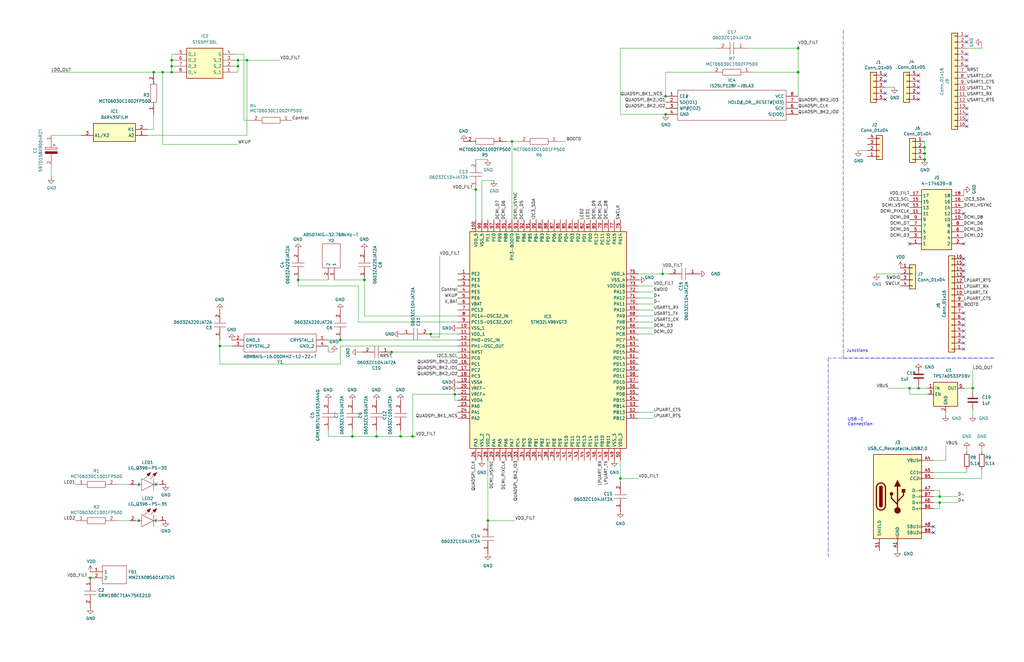
<source format=kicad_sch>
(kicad_sch (version 20231120) (generator "eeschema") (generator_version "8.0")
  (paper "User" 431.8 279.4)
  (junction (at 158.75 184.15))
  (junction (at 125.73 118.11))
  (junction (at 173.99 184.15))
  (junction (at 279.4 115.57))
  (junction (at 387.35 163.83))
  (junction (at 64.77 30.48))
  (junction (at 181.61 140.97))
  (junction (at 280.67 40.64))
  (junction (at 261.62 201.93))
  (junction (at 72.39 25.4))
  (junction (at 200.66 80.01))
  (junction (at 100.33 25.4))
  (junction (at 165.1 148.59))
  (junction (at 100.33 27.94))
  (junction (at 215.9 59.69))
  (junction (at 38.1 243.84))
  (junction (at 168.91 184.15))
  (junction (at 68.58 30.48))
  (junction (at 396.24 209.55))
  (junction (at 389.89 67.31))
  (junction (at 153.67 118.11))
  (junction (at 383.54 163.83))
  (junction (at 104.14 25.4))
  (junction (at 280.67 48.26))
  (junction (at 389.89 64.77))
  (junction (at 389.89 62.23))
  (junction (at 191.77 166.37))
  (junction (at 143.51 143.51))
  (junction (at 410.21 163.83))
  (junction (at 92.71 146.05))
  (junction (at 72.39 30.48))
  (junction (at 72.39 27.94))
  (junction (at 396.24 212.09))
  (junction (at 148.59 184.15))
  (junction (at 336.55 20.32))
  (junction (at 205.74 219.71))
  (junction (at 336.55 30.48))
  (no_connect (at 406.4 132.08))
  (no_connect (at 406.4 111.76))
  (no_connect (at 407.67 48.26))
  (no_connect (at 407.67 25.4))
  (no_connect (at 383.54 102.87))
  (no_connect (at 387.35 31.75))
  (no_connect (at 387.35 41.91))
  (no_connect (at 406.4 134.62))
  (no_connect (at 406.4 109.22))
  (no_connect (at 406.4 102.87))
  (no_connect (at 406.4 139.7))
  (no_connect (at 406.4 142.24))
  (no_connect (at 373.38 41.91))
  (no_connect (at 373.38 34.29))
  (no_connect (at 407.67 27.94))
  (no_connect (at 407.67 15.24))
  (no_connect (at 393.7 224.79))
  (no_connect (at 393.7 222.25))
  (no_connect (at 406.4 137.16))
  (no_connect (at 406.4 147.32))
  (no_connect (at 406.4 114.3))
  (no_connect (at 407.67 45.72))
  (no_connect (at 406.4 90.17))
  (no_connect (at 373.38 39.37))
  (no_connect (at 387.35 36.83))
  (no_connect (at 407.67 53.34))
  (no_connect (at 406.4 116.84))
  (no_connect (at 373.38 31.75))
  (no_connect (at 407.67 22.86))
  (no_connect (at 406.4 144.78))
  (no_connect (at 407.67 17.78))
  (no_connect (at 387.35 34.29))
  (no_connect (at 387.35 39.37))
  (no_connect (at 407.67 50.8))
  (wire (pts (xy 389.89 67.31) (xy 389.89 64.77)))
  (wire (pts (xy 100.33 25.4) (xy 104.14 25.4)))
  (wire (pts (xy 100.33 30.48) (xy 99.06 30.48)))
  (wire (pts (xy 165.1 151.13) (xy 165.1 148.59)))
  (wire (pts (xy 369.57 115.57) (xy 379.73 115.57)))
  (wire (pts (xy 261.62 48.26) (xy 261.62 20.32)))
  (wire (pts (xy 173.99 184.15) (xy 168.91 184.15)))
  (wire (pts (xy 68.58 30.48) (xy 68.58 60.96)))
  (wire (pts (xy 396.24 212.09) (xy 403.86 212.09)))
  (wire (pts (xy 72.39 27.94) (xy 73.66 27.94)))
  (wire (pts (xy 64.77 30.48) (xy 68.58 30.48)))
  (wire (pts (xy 143.51 146.05) (xy 193.04 146.05)))
  (wire (pts (xy 102.87 50.8) (xy 105.41 50.8)))
  (wire (pts (xy 410.21 163.83) (xy 410.21 165.1)))
  (wire (pts (xy 383.54 166.37) (xy 383.54 163.83)))
  (wire (pts (xy 38.1 243.84) (xy 36.83 243.84)))
  (wire (pts (xy 200.66 80.01) (xy 199.39 80.01)))
  (polyline (pts (xy 349.25 151.13) (xy 349.25 234.95)) (stroke (width 0) (type dash)))
  (wire (pts (xy 102.87 22.86) (xy 102.87 50.8)))
  (wire (pts (xy 391.16 166.37) (xy 383.54 166.37)))
  (wire (pts (xy 275.59 125.73) (xy 269.24 125.73)))
  (wire (pts (xy 275.59 130.81) (xy 269.24 130.81)))
  (wire (pts (xy 280.67 40.64) (xy 279.4 40.64)))
  (wire (pts (xy 215.9 59.69) (xy 215.9 92.71)))
  (wire (pts (xy 72.39 25.4) (xy 73.66 25.4)))
  (polyline (pts (xy 355.6 151.13) (xy 419.1 151.13)) (stroke (width 0) (type dash)))
  (wire (pts (xy 205.74 219.71) (xy 217.17 219.71)))
  (wire (pts (xy 151.13 135.89) (xy 193.04 135.89)))
  (wire (pts (xy 72.39 25.4) (xy 72.39 27.94)))
  (wire (pts (xy 200.66 67.31) (xy 205.74 67.31)))
  (wire (pts (xy 396.24 209.55) (xy 403.86 209.55)))
  (wire (pts (xy 275.59 133.35) (xy 269.24 133.35)))
  (wire (pts (xy 100.33 27.94) (xy 100.33 30.48)))
  (wire (pts (xy 407.67 189.23) (xy 407.67 190.5)))
  (wire (pts (xy 215.9 59.69) (xy 218.44 59.69)))
  (wire (pts (xy 151.13 148.59) (xy 152.4 148.59)))
  (wire (pts (xy 269.24 201.93) (xy 261.62 201.93)))
  (wire (pts (xy 72.39 30.48) (xy 73.66 30.48)))
  (wire (pts (xy 191.77 166.37) (xy 193.04 166.37)))
  (wire (pts (xy 393.7 194.31) (xy 398.78 194.31)))
  (wire (pts (xy 275.59 173.99) (xy 269.24 173.99)))
  (wire (pts (xy 62.23 57.15) (xy 104.14 57.15)))
  (wire (pts (xy 336.55 20.32) (xy 336.55 30.48)))
  (wire (pts (xy 407.67 199.39) (xy 407.67 198.12)))
  (wire (pts (xy 181.61 142.24) (xy 181.61 140.97)))
  (wire (pts (xy 261.62 20.32) (xy 302.26 20.32)))
  (wire (pts (xy 49.53 219.71) (xy 54.61 219.71)))
  (wire (pts (xy 410.21 156.21) (xy 410.21 163.83)))
  (wire (pts (xy 336.55 40.64) (xy 336.55 30.48)))
  (wire (pts (xy 104.14 25.4) (xy 118.11 25.4)))
  (wire (pts (xy 389.89 62.23) (xy 389.89 59.69)))
  (wire (pts (xy 173.99 184.15) (xy 173.99 166.37)))
  (wire (pts (xy 138.43 118.11) (xy 125.73 118.11)))
  (wire (pts (xy 414.02 189.23) (xy 414.02 190.5)))
  (wire (pts (xy 158.75 181.61) (xy 158.75 184.15)))
  (wire (pts (xy 203.2 92.71) (xy 203.2 76.2)))
  (wire (pts (xy 21.59 74.93) (xy 21.59 69.85)))
  (wire (pts (xy 393.7 199.39) (xy 407.67 199.39)))
  (wire (pts (xy 398.78 175.26) (xy 398.78 173.99)))
  (wire (pts (xy 185.42 142.24) (xy 181.61 142.24)))
  (wire (pts (xy 280.67 48.26) (xy 261.62 48.26)))
  (wire (pts (xy 140.97 148.59) (xy 138.43 148.59)))
  (wire (pts (xy 398.78 194.31) (xy 398.78 187.96)))
  (wire (pts (xy 68.58 30.48) (xy 72.39 30.48)))
  (wire (pts (xy 406.4 80.01) (xy 406.4 82.55)))
  (wire (pts (xy 143.51 153.67) (xy 92.71 153.67)))
  (wire (pts (xy 275.59 123.19) (xy 269.24 123.19)))
  (wire (pts (xy 377.19 36.83) (xy 373.38 36.83)))
  (wire (pts (xy 99.06 27.94) (xy 100.33 27.94)))
  (wire (pts (xy 393.7 214.63) (xy 396.24 214.63)))
  (wire (pts (xy 275.59 140.97) (xy 269.24 140.97)))
  (wire (pts (xy 275.59 135.89) (xy 269.24 135.89)))
  (polyline (pts (xy 419.1 151.13) (xy 349.25 151.13)) (stroke (width 0) (type dash)))
  (wire (pts (xy 387.35 163.83) (xy 391.16 163.83)))
  (wire (pts (xy 165.1 148.59) (xy 193.04 148.59)))
  (wire (pts (xy 205.74 194.31) (xy 205.74 219.71)))
  (wire (pts (xy 393.7 212.09) (xy 396.24 212.09)))
  (wire (pts (xy 387.35 154.94) (xy 387.35 156.21)))
  (wire (pts (xy 336.55 30.48) (xy 317.5 30.48)))
  (wire (pts (xy 97.79 146.05) (xy 92.71 146.05)))
  (wire (pts (xy 68.58 60.96) (xy 100.33 60.96)))
  (wire (pts (xy 173.99 184.15) (xy 175.26 184.15)))
  (wire (pts (xy 21.59 30.48) (xy 64.77 30.48)))
  (wire (pts (xy 138.43 148.59) (xy 138.43 146.05)))
  (wire (pts (xy 73.66 22.86) (xy 72.39 22.86)))
  (wire (pts (xy 279.4 115.57) (xy 281.94 115.57)))
  (wire (pts (xy 49.53 204.47) (xy 54.61 204.47)))
  (wire (pts (xy 407.67 20.32) (xy 414.02 20.32)))
  (wire (pts (xy 64.77 48.26) (xy 64.77 54.61)))
  (wire (pts (xy 92.71 146.05) (xy 92.71 143.51)))
  (wire (pts (xy 148.59 181.61) (xy 148.59 184.15)))
  (wire (pts (xy 365.76 63.5) (xy 361.95 63.5)))
  (wire (pts (xy 138.43 184.15) (xy 138.43 181.61)))
  (wire (pts (xy 191.77 168.91) (xy 191.77 166.37)))
  (wire (pts (xy 406.4 163.83) (xy 410.21 163.83)))
  (wire (pts (xy 72.39 22.86) (xy 72.39 25.4)))
  (wire (pts (xy 387.35 162.56) (xy 387.35 163.83)))
  (wire (pts (xy 153.67 118.11) (xy 140.97 118.11)))
  (wire (pts (xy 205.74 219.71) (xy 205.74 220.98)))
  (wire (pts (xy 275.59 176.53) (xy 269.24 176.53)))
  (wire (pts (xy 191.77 166.37) (xy 173.99 166.37)))
  (wire (pts (xy 383.54 163.83) (xy 387.35 163.83)))
  (wire (pts (xy 168.91 181.61) (xy 168.91 184.15)))
  (wire (pts (xy 185.42 107.95) (xy 185.42 142.24)))
  (wire (pts (xy 374.65 163.83) (xy 383.54 163.83)))
  (wire (pts (xy 92.71 153.67) (xy 92.71 146.05)))
  (wire (pts (xy 275.59 138.43) (xy 269.24 138.43)))
  (wire (pts (xy 143.51 146.05) (xy 143.51 153.67)))
  (wire (pts (xy 280.67 30.48) (xy 299.72 30.48)))
  (wire (pts (xy 389.89 64.77) (xy 389.89 62.23)))
  (wire (pts (xy 148.59 184.15) (xy 138.43 184.15)))
  (wire (pts (xy 200.66 92.71) (xy 200.66 80.01)))
  (wire (pts (xy 62.23 54.61) (xy 64.77 54.61)))
  (wire (pts (xy 261.62 201.93) (xy 261.62 203.2)))
  (wire (pts (xy 275.59 128.27) (xy 269.24 128.27)))
  (wire (pts (xy 213.36 59.69) (xy 215.9 59.69)))
  (wire (pts (xy 151.13 135.89) (xy 151.13 120.65)))
  (wire (pts (xy 280.67 40.64) (xy 280.67 30.48)))
  (wire (pts (xy 414.02 201.93) (xy 414.02 198.12)))
  (wire (pts (xy 279.4 113.03) (xy 279.4 115.57)))
  (wire (pts (xy 393.7 207.01) (xy 396.24 207.01)))
  (wire (pts (xy 181.61 140.97) (xy 193.04 140.97)))
  (wire (pts (xy 125.73 120.65) (xy 125.73 118.11)))
  (wire (pts (xy 143.51 143.51) (xy 193.04 143.51)))
  (wire (pts (xy 396.24 212.09) (xy 396.24 214.63)))
  (wire (pts (xy 99.06 25.4) (xy 100.33 25.4)))
  (wire (pts (xy 261.62 194.31) (xy 261.62 201.93)))
  (wire (pts (xy 104.14 57.15) (xy 104.14 25.4)))
  (polyline (pts (xy 355.6 12.7) (xy 355.6 151.13)) (stroke (width 0) (type dash)))
  (wire (pts (xy 193.04 168.91) (xy 191.77 168.91)))
  (wire (pts (xy 414.02 20.32) (xy 414.02 17.78)))
  (wire (pts (xy 143.51 143.51) (xy 138.43 143.51)))
  (wire (pts (xy 396.24 209.55) (xy 393.7 209.55)))
  (wire (pts (xy 269.24 115.57) (xy 279.4 115.57)))
  (wire (pts (xy 100.33 25.4) (xy 100.33 27.94)))
  (wire (pts (xy 393.7 201.93) (xy 414.02 201.93)))
  (wire (pts (xy 238.76 59.69) (xy 236.22 59.69)))
  (wire (pts (xy 168.91 184.15) (xy 158.75 184.15)))
  (wire (pts (xy 203.2 76.2) (xy 208.28 76.2)))
  (wire (pts (xy 151.13 120.65) (xy 125.73 120.65)))
  (wire (pts (xy 275.59 120.65) (xy 269.24 120.65)))
  (wire (pts (xy 314.96 20.32) (xy 336.55 20.32)))
  (wire (pts (xy 410.21 175.26) (xy 410.21 172.72)))
  (wire (pts (xy 72.39 27.94) (xy 72.39 30.48)))
  (wire (pts (xy 336.55 20.32) (xy 336.55 19.05)))
  (wire (pts (xy 153.67 133.35) (xy 153.67 118.11)))
  (wire (pts (xy 153.67 133.35) (xy 193.04 133.35)))
  (wire (pts (xy 158.75 184.15) (xy 148.59 184.15)))
  (wire (pts (xy 21.59 57.15) (xy 34.29 57.15)))
  (wire (pts (xy 99.06 22.86) (xy 102.87 22.86)))
  (wire (pts (xy 396.24 207.01) (xy 396.24 209.55)))
  (text "Junctions" (at 356.87 148.844 0) (effects (font (size 1.27 1.27)) (justify left bottom)))
  (text "USB-C \nConnection" (at 357.378 179.832 0) (effects (font (size 1.27 1.27)) (justify left bottom)))
  (label "LPUART_TX" (at 406.4 124.46 0))
  (label "D-" (at 403.86 209.55 0))
  (label "DCMI_D9" (at 383.54 92.71 180))
  (label "QUADSPI_BK2_IO0" (at 193.04 153.67 180))
  (label "VDD_FILT" (at 199.39 80.01 180))
  (label "QUADSPI_BK2_IO1" (at 280.67 43.18 180))
  (label "VDD_FILT" (at 269.24 201.93 0))
  (label "USART1_CTS" (at 407.67 35.56 0))
  (label "DCMI_D5" (at 383.54 97.79 180))
  (label "VDD_FILT" (at 175.26 184.15 0))
  (label "QUADSPI_BK2_IO2" (at 193.04 158.75 180))
  (label "VBUS" (at 398.78 187.96 0))
  (label "USART1_RX" (at 407.67 40.64 0))
  (label "QUADSPI_BK2_IO1" (at 193.04 156.21 180))
  (label "DCMI_PIXCLK" (at 213.36 194.31 270))
  (label "SWCLK" (at 261.62 92.71 90))
  (label "I2C3_SDA" (at 226.06 92.71 90))
  (label "I2C3_SDA" (at 406.4 85.09 0))
  (label "DCMI_D5" (at 220.98 92.71 90))
  (label "VDD_FILT" (at 36.83 243.84 180))
  (label "NRST" (at 407.67 30.48 0))
  (label "DCMI_D2" (at 275.59 140.97 0))
  (label "DCMI_D7" (at 383.54 95.25 180))
  (label "DCMI_VSYNC" (at 383.54 87.63 180))
  (label "LED2" (at 31.75 219.71 180))
  (label "D+" (at 403.86 212.09 0))
  (label "QUADSPI_CLK" (at 200.66 194.31 270))
  (label "VDD_FILT" (at 279.4 113.03 0))
  (label "LPUART_RX" (at 406.4 121.92 0))
  (label "D+" (at 275.59 125.73 0))
  (label "DCMI_D3" (at 383.54 100.33 180))
  (label "I2C3_SCL" (at 383.54 85.09 180))
  (label "VDD_FILT" (at 118.11 25.4 0))
  (label "V_BAT" (at 193.04 128.27 180))
  (label "QUADSPI_BK2_IO2" (at 280.67 45.72 180))
  (label "VBUS" (at 374.65 163.83 180))
  (label "Control" (at 123.19 50.8 0))
  (label "LPUART_RTS" (at 275.59 176.53 0))
  (label "I2C3_SCL" (at 193.04 151.13 180))
  (label "LDO_OUT" (at 21.59 30.48 0))
  (label "VDD_FILT" (at 275.59 120.65 0))
  (label "VDD_FILT" (at 336.55 19.05 0))
  (label "DCMI_PIXCLK" (at 383.54 90.17 180))
  (label "BOOT0" (at 406.4 129.54 0))
  (label "QUADSPI_BK2_IO3" (at 218.44 194.31 270))
  (label "QUADSPI_CLK" (at 336.55 45.72 0))
  (label "QUADSPI_BK2_IO3" (at 336.55 43.18 0))
  (label "LPUART_RTS" (at 406.4 119.38 0))
  (label "WKUP" (at 100.33 60.96 0))
  (label "BOOT0" (at 238.76 59.69 0))
  (label "SWDIO" (at 275.59 123.19 0))
  (label "DCMI_D3" (at 275.59 138.43 0))
  (label "VDD_FILT" (at 217.17 219.71 0))
  (label "USART1_CK" (at 407.67 33.02 0))
  (label "LPUART_TX" (at 256.54 194.31 270))
  (label "VDD_FILT" (at 383.54 82.55 180))
  (label "DCMI_VSYNC" (at 218.44 92.71 90))
  (label "Control" (at 193.04 123.19 180))
  (label "USART1_TX" (at 275.59 133.35 0))
  (label "LED1" (at 31.75 204.47 180))
  (label "DCMI_D8" (at 406.4 92.71 0))
  (label "WKUP" (at 193.04 125.73 180))
  (label "LPUART_RX" (at 254 194.31 270))
  (label "SWCLK" (at 379.73 120.65 180))
  (label "DCMI_D2" (at 406.4 100.33 0))
  (label "DCMI_D6" (at 213.36 92.71 90))
  (label "DCMI_D7" (at 210.82 92.71 90))
  (label "DCMI_HSYNC" (at 208.28 194.31 270))
  (label "LED2" (at 246.38 92.71 90))
  (label "DCMI_D4" (at 406.4 97.79 0))
  (label "DCMI_D4" (at 254 92.71 90))
  (label "SWDIO" (at 379.73 118.11 180))
  (label "DCMI_D9" (at 251.46 92.71 90))
  (label "DCMI_D8" (at 256.54 92.71 90))
  (label "D-" (at 275.59 128.27 0))
  (label "DCMI_HSYNC" (at 406.4 87.63 0))
  (label "USART1_TX" (at 407.67 38.1 0))
  (label "USART1_RTS" (at 407.67 43.18 0))
  (label "USART1_CK" (at 275.59 135.89 0))
  (label "LDO_OUT" (at 410.21 156.21 0))
  (label "DCMI_D6" (at 406.4 95.25 0))
  (label "LPUART_CTS" (at 275.59 173.99 0))
  (label "QUADSPI_BK2_IO0" (at 336.55 48.26 0))
  (label "LED1" (at 248.92 92.71 90))
  (label "USART1_RX" (at 275.59 130.81 0))
  (label "NRST" (at 165.1 151.13 180))
  (label "LPUART_CTS" (at 406.4 127 0))
  (label "QUADSPI_BK1_NCS" (at 193.04 176.53 180))
  (label "VDD_FILT" (at 185.42 107.95 0))
  (label "QUADSPI_BK1_NCS" (at 279.4 40.64 180))
  (symbol (lib_id "ta-expt:597D158X9004R2T") (at 21.59 57.15 270) (unit 1)
    (property "Reference" "C1" (at 14.8082 63.5 0))
    (property "Value" "597D158X9004R2T" (at 17.1196 63.5 0))
    (property "Footprint" "ta-expt-v2-100:CAPPC5660X400N" (effects (hide yes)))
    (property "Datasheet" "http://www.vishay.com/doc?40047" (effects (hide yes)))
    (property "Description" "Solid Tantalum Chip Capacitors TANTAMOUNT(TM), Ultra-Low ESR, Conformal Coated, Maximum CV" (effects (hide yes)))
    (property "Height" "4" (effects (hide yes)))
    (property "Manufacturer_Name" "Vishay" (effects (hide yes)))
    (property "Manufacturer_Part_Number" "597D158X9004R2T" (effects (hide yes)))
    (property "Arrow Part Number" "597D158X9004R2T" (effects (hide yes)))
    (property "Arrow Price/Stock" "https://www.arrow.com/en/products/597d158x9004r2t/vishay" (effects (hide yes)))
    (property "Mouser Part Number" "71-597D158X9004R2T" (effects (hide yes)))
    (property "Mouser Price/Stock" "https://www.mouser.com/Search/Refine.aspx?Keyword=71-597D158X9004R2T" (effects (hide yes)))
  )
  (symbol (lib_id "power:GND") (at 21.59 74.93 0) (unit 1)
    (property "Reference" "#PWR01" (effects (hide yes)))
    (property "Value" "GND" (at 21.717 79.3242 0))
  )
  (symbol (lib_id "ta-expt:IS25LP128F-JBLA3") (at 280.67 40.64 0) (unit 1)
    (property "Reference" "IC4" (at 308.61 33.909 0))
    (property "Value" "IS25LP128F-JBLA3" (at 308.61 36.2204 0))
    (property "Footprint" "ta-expt-v2-100:SOIC127P790X216-8N" (effects (hide yes)))
    (property "Datasheet" "http://www.issi.com/WW/pdf/25LP-WP128F.pdf" (effects (hide yes)))
    (property "Description" "NOR Flash 128M 2.3-3.6V 166Mhz Serial NOR Flash" (effects (hide yes)))
    (property "Height" "2.16" (effects (hide yes)))
    (property "Manufacturer_Name" "Integrated Silicon Solution Inc." (effects (hide yes)))
    (property "Manufacturer_Part_Number" "IS25LP128F-JBLA3" (effects (hide yes)))
    (property "Arrow Part Number" "IS25LP128F-JBLA3" (effects (hide yes)))
    (property "Arrow Price/Stock" "https://www.arrow.com/en/products/is25lp128f-jbla3/integrated-silicon-solution-inc" (effects (hide yes)))
    (property "Mouser Part Number" "870-IS25LP128F-JBLA3" (effects (hide yes)))
    (property "Mouser Price/Stock" "https://www.mouser.co.uk/ProductDetail/ISSI/IS25LP128F-JBLA3?qs=f9yNj16SXrJUIEEJAN4gHA%3D%3D" (effects (hide yes)))
  )
  (symbol (lib_id "ta-expt:0603ZC104JAT2A") (at 314.96 20.32 0) (mirror y) (unit 1)
    (property "Reference" "C17" (at 308.61 13.589 0))
    (property "Value" "0603ZC104JAT2A" (at 308.61 15.9004 0))
    (property "Footprint" "ta-expt-v2-100:CAPC1608X90N" (effects (hide yes)))
    (property "Datasheet" "https://componentsearchengine.com/Datasheets/1/06031A100FAT2A.pdf" (effects (hide yes)))
    (property "Description" "Multilayer Ceramic Capacitors MLCC - SMD/SMT 10V .1uF X7R 0603 5%" (effects (hide yes)))
    (property "Height" "0.9" (effects (hide yes)))
    (property "Manufacturer_Name" "AVX" (effects (hide yes)))
    (property "Manufacturer_Part_Number" "0603ZC104JAT2A" (effects (hide yes)))
    (property "Arrow Part Number" "0603ZC104JAT2A" (effects (hide yes)))
    (property "Mouser Part Number" "581-0603ZC104JAT2A" (effects (hide yes)))
    (property "Mouser Price/Stock" "https://www.mouser.com/Search/Refine.aspx?Keyword=581-0603ZC104JAT2A" (effects (hide yes)))
  )
  (symbol (lib_id "ta-expt:MCT06030C1002FP500") (at 317.5 30.48 0) (mirror y) (unit 1)
    (property "Reference" "R7" (at 308.61 24.765 0))
    (property "Value" "MCT06030C1002FP500" (at 308.61 27.0764 0))
    (property "Footprint" "ta-expt-v2-100:RESC1608X55N" (effects (hide yes)))
    (property "Datasheet" "http://www.vishay.com/docs/28705/mcx0x0xpro.pdf" (effects (hide yes)))
    (property "Description" "Thin Film Resistors - SMD .1W 10Kohms 1% 0603 50ppm Auto" (effects (hide yes)))
    (property "Height" "0.55" (effects (hide yes)))
    (property "Manufacturer_Name" "Vishay" (effects (hide yes)))
    (property "Manufacturer_Part_Number" "MCT06030C1002FP500" (effects (hide yes)))
    (property "Arrow Part Number" "MCT06030C1002FP500" (effects (hide yes)))
    (property "Mouser Part Number" "594-MCT06030C1002FP5" (effects (hide yes)))
    (property "Mouser Price/Stock" "https://www.mouser.co.uk/ProductDetail/Vishay-Beyschlag/MCT06030C1002FP500?qs=Wvg1umJc15zoHgIjwqoGHw%3D%3D" (effects (hide yes)))
  )
  (symbol (lib_id "Connector_Generic:Conn_01x16") (at 401.32 129.54 180) (unit 1)
    (property "Reference" "J8" (at 395.732 129.032 90))
    (property "Value" "Conn_01x16" (at 398.1196 128.1684 90))
    (property "Footprint" "ta-expt-v2-100:PinSocket_1x16_TartanArtibeus" (effects (hide yes)))
  )
  (symbol (lib_id "Connector_Generic:Conn_01x16") (at 402.59 33.02 0) (mirror y) (unit 1)
    (property "Reference" "J9" (at 399.415 34.3916 90))
    (property "Value" "Conn_01x16" (at 397.1036 34.3916 90))
    (property "Footprint" "ta-expt-v2-100:PinSocket_1x16_TartanArtibeus" (effects (hide yes)))
  )
  (symbol (lib_id "power:GND") (at 414.02 17.78 270) (unit 1)
    (property "Reference" "#PWR042" (effects (hide yes)))
    (property "Value" "GND" (at 409.6258 17.907 0))
  )
  (symbol (lib_id "ta-expt:MCT06030C1001FP500") (at 31.75 204.47 0) (unit 1)
    (property "Reference" "R1" (at 40.64 198.755 0))
    (property "Value" "MCT06030C1001FP500" (at 40.64 201.0664 0))
    (property "Footprint" "ta-expt-v2-100:RESC1608X55N" (effects (hide yes)))
    (property "Datasheet" "http://www.vishay.com/docs/28705/mcx0x0xpro.pdf" (effects (hide yes)))
    (property "Description" "Thin Film Resistors - SMD .1W 1Kohm 1% 0603 50ppm Auto" (effects (hide yes)))
    (property "Height" "0.55" (effects (hide yes)))
    (property "Manufacturer_Name" "Vishay" (effects (hide yes)))
    (property "Manufacturer_Part_Number" "MCT06030C1001FP500" (effects (hide yes)))
    (property "Arrow Part Number" "MCT06030C1001FP500" (effects (hide yes)))
    (property "Mouser Part Number" "594-MCT06030C1001FP5" (effects (hide yes)))
    (property "Mouser Price/Stock" "https://www.mouser.co.uk/ProductDetail/Vishay-Beyschlag/MCT06030C1001FP500?qs=7ZE6F4QMOBbsjeUdqW8cwA%3D%3D" (effects (hide yes)))
  )
  (symbol (lib_id "ta-expt:MCT06030C1001FP500") (at 31.75 219.71 0) (unit 1)
    (property "Reference" "R2" (at 40.64 213.995 0))
    (property "Value" "MCT06030C1001FP500" (at 40.64 216.3064 0))
    (property "Footprint" "ta-expt-v2-100:RESC1608X55N" (effects (hide yes)))
    (property "Datasheet" "http://www.vishay.com/docs/28705/mcx0x0xpro.pdf" (effects (hide yes)))
    (property "Description" "Thin Film Resistors - SMD .1W 1Kohm 1% 0603 50ppm Auto" (effects (hide yes)))
    (property "Height" "0.55" (effects (hide yes)))
    (property "Manufacturer_Name" "Vishay" (effects (hide yes)))
    (property "Manufacturer_Part_Number" "MCT06030C1001FP500" (effects (hide yes)))
    (property "Arrow Part Number" "MCT06030C1001FP500" (effects (hide yes)))
    (property "Mouser Part Number" "594-MCT06030C1001FP5" (effects (hide yes)))
    (property "Mouser Price/Stock" "https://www.mouser.co.uk/ProductDetail/Vishay-Beyschlag/MCT06030C1001FP500?qs=7ZE6F4QMOBbsjeUdqW8cwA%3D%3D" (effects (hide yes)))
  )
  (symbol (lib_id "ta-expt:LG_Q396-PS-35") (at 69.85 204.47 0) (mirror y) (unit 1)
    (property "Reference" "LED1" (at 62.23 195.1482 0))
    (property "Value" "LG_Q396-PS-35" (at 62.23 197.4596 0))
    (property "Footprint" "ta-expt-v2-100:LGQ396PS35" (effects (hide yes)))
    (property "Datasheet" "https://mouser.componentsearchengine.com/Datasheets/2/LG%20Q396-PS-35.pdf" (effects (hide yes)))
    (property "Description" "CHIPLED 0603 GREEN" (effects (hide yes)))
    (property "Height" "0.4" (effects (hide yes)))
    (property "Manufacturer_Name" "OSRAM" (effects (hide yes)))
    (property "Manufacturer_Part_Number" "LG Q396-PS-35" (effects (hide yes)))
    (property "Arrow Part Number" "LG Q396-PS-35" (effects (hide yes)))
    (property "Arrow Price/Stock" "https://www.arrow.com/en/products/lgq396-ps-35/osram-opto-semiconductors" (effects (hide yes)))
    (property "Mouser Part Number" "720-LGQ396A3964" (effects (hide yes)))
    (property "Mouser Price/Stock" "https://www.mouser.co.uk/ProductDetail/OSRAM-Opto-Semiconductors/LG-Q396-PS-35?qs=xC%252BE9h5iuX5%252BCocujXxOpw%3D%3D" (effects (hide yes)))
  )
  (symbol (lib_id "power:GND") (at 69.85 204.47 0) (unit 1)
    (property "Reference" "#PWR04" (effects (hide yes)))
    (property "Value" "GND" (at 69.977 208.8642 0))
  )
  (symbol (lib_id "ta-expt:LG_Q396-PS-35") (at 69.85 219.71 0) (mirror y) (unit 1)
    (property "Reference" "LED2" (at 62.23 210.3882 0))
    (property "Value" "LG_Q396-PS-35" (at 62.23 212.6996 0))
    (property "Footprint" "ta-expt-v2-100:LGQ396PS35" (effects (hide yes)))
    (property "Datasheet" "https://mouser.componentsearchengine.com/Datasheets/2/LG%20Q396-PS-35.pdf" (effects (hide yes)))
    (property "Description" "CHIPLED 0603 GREEN" (effects (hide yes)))
    (property "Height" "0.4" (effects (hide yes)))
    (property "Manufacturer_Name" "OSRAM" (effects (hide yes)))
    (property "Manufacturer_Part_Number" "LG Q396-PS-35" (effects (hide yes)))
    (property "Arrow Part Number" "LG Q396-PS-35" (effects (hide yes)))
    (property "Arrow Price/Stock" "https://www.arrow.com/en/products/lgq396-ps-35/osram-opto-semiconductors" (effects (hide yes)))
    (property "Mouser Part Number" "720-LGQ396A3964" (effects (hide yes)))
    (property "Mouser Price/Stock" "https://www.mouser.co.uk/ProductDetail/OSRAM-Opto-Semiconductors/LG-Q396-PS-35?qs=xC%252BE9h5iuX5%252BCocujXxOpw%3D%3D" (effects (hide yes)))
  )
  (symbol (lib_id "power:GND") (at 69.85 219.71 0) (unit 1)
    (property "Reference" "#PWR05" (effects (hide yes)))
    (property "Value" "GND" (at 69.977 224.1042 0))
  )
  (symbol (lib_id "Connector_Generic:Conn_01x04") (at 384.81 115.57 0) (unit 1)
    (property "Reference" "J7" (at 386.842 115.7732 0) (effects (justify left)))
    (property "Value" "Conn_01x04" (at 386.842 118.0846 0) (effects (justify left)))
    (property "Footprint" "ta-expt-v2-100:PinSocket_4x1_TartanArtibeus" (effects (hide yes)))
  )
  (symbol (lib_id "power:GND") (at 369.57 115.57 0) (unit 1)
    (property "Reference" "#PWR032" (effects (hide yes)))
    (property "Value" "GND" (at 369.697 119.9642 0))
  )
  (symbol (lib_id "Connector_Generic:Conn_01x04") (at 370.84 63.5 0) (mirror x) (unit 1)
    (property "Reference" "J2" (at 368.7572 52.705 0))
    (property "Value" "Conn_01x04" (at 368.7572 55.0164 0))
    (property "Footprint" "ta-expt-v2-100:PinSocket_4x1_TartanArtibeus" (effects (hide yes)))
  )
  (symbol (lib_id "power:VDD") (at 379.73 113.03 0) (unit 1)
    (property "Reference" "#PWR035" (effects (hide yes)))
    (property "Value" "VDD" (at 379.73 108.458 0))
  )
  (symbol (lib_id "ta-expt:MMZ1608S601ATD25") (at 38.1 241.3 0) (unit 1)
    (property "Reference" "FB1" (at 54.0512 241.4016 0) (effects (justify left)))
    (property "Value" "MMZ1608S601ATD25" (at 54.0512 243.713 0) (effects (justify left)))
    (property "Footprint" "ta-expt-v2-100:BEADC1608X95N" (effects (hide yes)))
    (property "Datasheet" "https://datasheet.datasheetarchive.com/originals/dk/DKDS-25/489214.pdf" (effects (hide yes)))
    (property "Description" "Ferrite Beads Multi-Layer 600Ohm 25% 100MHz 500mA 350mOhm DCR 0603 Automotive T/R" (effects (hide yes)))
    (property "Height" "0.95" (effects (hide yes)))
    (property "Manufacturer_Name" "TDK" (effects (hide yes)))
    (property "Manufacturer_Part_Number" "MMZ1608S601ATD25" (effects (hide yes)))
    (property "Arrow Part Number" "MMZ1608S601ATD25" (effects (hide yes)))
    (property "Arrow Price/Stock" "https://www.arrow.com/en/products/mmz1608s601atd25/tdk" (effects (hide yes)))
    (property "Mouser Part Number" "810-MMZ1608S601ATD25" (effects (hide yes)))
    (property "Mouser Price/Stock" "https://www.mouser.com/Search/Refine.aspx?Keyword=810-MMZ1608S601ATD25" (effects (hide yes)))
  )
  (symbol (lib_id "Connector_Generic:Conn_01x05") (at 382.27 36.83 180) (unit 1)
    (property "Reference" "J4" (at 384.3528 26.035 0))
    (property "Value" "Conn_01x05" (at 384.3528 28.3464 0))
    (property "Footprint" "ta-expt-v2-100:PinSocket_1x5_TartanArtibeus" (effects (hide yes)))
  )
  (symbol (lib_id "ta-expt:GRM188C71A475KE21D") (at 38.1 243.84 270) (unit 1)
    (property "Reference" "C2" (at 41.3512 249.0216 90) (effects (justify left)))
    (property "Value" "GRM188C71A475KE21D" (at 41.3512 251.333 90) (effects (justify left)))
    (property "Footprint" "ta-expt-v2-100:CAPC1608X90N" (effects (hide yes)))
    (property "Description" "Multilayer Ceramic Capacitors MLCC - SMD/SMT" (effects (hide yes)))
    (property "Height" "0.9" (effects (hide yes)))
    (property "Manufacturer_Name" "Murata Electronics" (effects (hide yes)))
    (property "Manufacturer_Part_Number" "GRM188C71A475KE21D" (effects (hide yes)))
    (property "Arrow Part Number" "GRM188C71A475KE21D" (effects (hide yes)))
    (property "Mouser Part Number" "81-GRM188C71A475KE2D" (effects (hide yes)))
    (property "Mouser Price/Stock" "https://www.mouser.com/Search/Refine.aspx?Keyword=81-GRM188C71A475KE2D" (effects (hide yes)))
  )
  (symbol (lib_id "power:GND") (at 38.1 256.54 0) (unit 1)
    (property "Reference" "#PWR03" (effects (hide yes)))
    (property "Value" "GND" (at 38.227 260.9342 0))
  )
  (symbol (lib_id "power:VDD") (at 38.1 241.3 0) (unit 1)
    (property "Reference" "#PWR02" (effects (hide yes)))
    (property "Value" "VDD" (at 38.481 236.9058 0))
  )
  (symbol (lib_id "Connector_Generic:Conn_01x05") (at 368.3 36.83 0) (mirror y) (unit 1)
    (property "Reference" "J1" (at 370.3828 26.2382 0))
    (property "Value" "Conn_01x05" (at 370.3828 28.5496 0))
    (property "Footprint" "ta-expt-v2-100:PinSocket_1x5_TartanArtibeus" (effects (hide yes)))
  )
  (symbol (lib_id "power:GND") (at 361.95 63.5 0) (unit 1)
    (property "Reference" "#PWR031" (effects (hide yes)))
    (property "Value" "GND" (at 362.077 67.8942 0))
  )
  (symbol (lib_id "power:GND") (at 377.19 36.83 0) (unit 1)
    (property "Reference" "#PWR033" (effects (hide yes)))
    (property "Value" "GND" (at 377.317 41.2242 0))
  )
  (symbol (lib_id "power:GND") (at 280.67 48.26 0) (unit 1)
    (property "Reference" "#PWR029" (effects (hide yes)))
    (property "Value" "GND" (at 280.797 52.6542 0))
  )
  (symbol (lib_id "Connector_Generic:Conn_01x04") (at 384.81 62.23 0) (mirror y) (unit 1)
    (property "Reference" "J6" (at 386.8928 54.1782 0))
    (property "Value" "Conn_01x04" (at 386.8928 56.4896 0))
    (property "Footprint" "ta-expt-v2-100:MountingHoles_TartanArtibeus" (effects (hide yes)))
  )
  (symbol (lib_id "power:GND") (at 389.89 67.31 0) (unit 1)
    (property "Reference" "#PWR037" (effects (hide yes)))
    (property "Value" "GND" (at 390.017 71.7042 0))
  )
  (symbol (lib_id "ta-expt:0603ZC105JAT2A") (at 168.91 181.61 90) (unit 1)
    (property "Reference" "C12" (at 162.179 175.26 0))
    (property "Value" "0603ZC105JAT2A" (at 164.4904 175.26 0))
    (property "Footprint" "ta-expt-v2-100:CAPC1608X90N" (effects (hide yes)))
    (property "Datasheet" "https://componentsearchengine.com/Datasheets/1/06031A100FAT2A.pdf" (effects (hide yes)))
    (property "Description" "Multilayer Ceramic Capacitors MLCC - SMD/SMT FACTORY NOT ACCEPTING ORDERS" (effects (hide yes)))
    (property "Height" "0.9" (effects (hide yes)))
    (property "Manufacturer_Name" "AVX" (effects (hide yes)))
    (property "Manufacturer_Part_Number" "0603ZC105JAT2A" (effects (hide yes)))
    (property "Arrow Part Number" "0603ZC105JAT2A" (effects (hide yes)))
    (property "Arrow Price/Stock" "https://www.arrow.com/en/products/0603zc105jat2a/avx" (effects (hide yes)))
    (property "Mouser Part Number" "581-0603ZC105JAT2A" (effects (hide yes)))
    (property "Mouser Price/Stock" "https://www.mouser.com/Search/Refine.aspx?Keyword=581-0603ZC105JAT2A" (effects (hide yes)))
  )
  (symbol (lib_id "ta-expt:0603ZC104JAT2A") (at 205.74 233.68 270) (mirror x) (unit 1)
    (property "Reference" "C14" (at 202.4888 226.1616 90) (effects (justify right)))
    (property "Value" "0603ZC104JAT2A" (at 202.4888 228.473 90) (effects (justify right)))
    (property "Footprint" "ta-expt-v2-100:CAPC1608X90N" (effects (hide yes)))
    (property "Datasheet" "https://componentsearchengine.com/Datasheets/1/06031A100FAT2A.pdf" (effects (hide yes)))
    (property "Description" "Multilayer Ceramic Capacitors MLCC - SMD/SMT 10V .1uF X7R 0603 5%" (effects (hide yes)))
    (property "Height" "0.9" (effects (hide yes)))
    (property "Manufacturer_Name" "AVX" (effects (hide yes)))
    (property "Manufacturer_Part_Number" "0603ZC104JAT2A" (effects (hide yes)))
    (property "Arrow Part Number" "0603ZC104JAT2A" (effects (hide yes)))
    (property "Mouser Part Number" "581-0603ZC104JAT2A" (effects (hide yes)))
    (property "Mouser Price/Stock" "https://www.mouser.com/Search/Refine.aspx?Keyword=581-0603ZC104JAT2A" (effects (hide yes)))
  )
  (symbol (lib_id "ta-expt:0603ZA220JAT2A") (at 125.73 118.11 90) (unit 1)
    (property "Reference" "C4" (at 118.999 111.76 0))
    (property "Value" "0603ZA220JAT2A" (at 121.3104 111.76 0))
    (property "Footprint" "ta-expt-v2-100:CAPC1608X90N" (effects (hide yes)))
    (property "Datasheet" "https://componentsearchengine.com/Datasheets/1/06031A100FAT2A.pdf" (effects (hide yes)))
    (property "Description" "Multilayer Ceramic Capacitors MLCC - SMD/SMT 10V 22pF C0G 0603 5% Tol" (effects (hide yes)))
    (property "Height" "0.9" (effects (hide yes)))
    (property "Manufacturer_Name" "AVX" (effects (hide yes)))
    (property "Manufacturer_Part_Number" "0603ZA220JAT2A" (effects (hide yes)))
    (property "Arrow Part Number" "0603ZA220JAT2A" (effects (hide yes)))
    (property "Arrow Price/Stock" "https://www.arrow.com/en/products/0603za220jat2a/avx" (effects (hide yes)))
    (property "Mouser Part Number" "581-0603ZA220JAT2A" (effects (hide yes)))
    (property "Mouser Price/Stock" "https://www.mouser.com/Search/Refine.aspx?Keyword=581-0603ZA220JAT2A" (effects (hide yes)))
  )
  (symbol (lib_id "Device:R") (at 407.67 194.31 0) (unit 1)
    (property "Reference" "R8" (at 408.94 193.04 0) (effects (justify left)))
    (property "Value" "5.1k" (at 408.94 195.58 0) (effects (justify left)))
    (property "Footprint" "ta-expt-v2-100:RESC1608X55N" (effects (hide yes)))
    (property "Datasheet" "MCT06030C5101FP500" (effects (hide yes)))
  )
  (symbol (lib_id "power:GND") (at 168.91 168.91 180) (unit 1)
    (property "Reference" "#PWR017" (effects (hide yes)))
    (property "Value" "GND" (at 168.783 164.5158 0))
  )
  (symbol (lib_name "GND_1") (lib_id "power:GND") (at 168.91 140.97 270) (unit 1)
    (property "Reference" "#PWR016" (effects (hide yes)))
    (property "Value" "GND" (at 166.37 140.9699 90) (effects (justify right)))
    (property "Description" "Power symbol creates a global label with name \"GND\" , ground" (effects (hide yes)))
  )
  (symbol (lib_id "ta-expt:0603ZC104JAT2A") (at 200.66 80.01 270) (mirror x) (unit 1)
    (property "Reference" "C13" (at 197.4088 72.4916 90) (effects (justify right)))
    (property "Value" "0603ZC104JAT2A" (at 197.4088 74.803 90) (effects (justify right)))
    (property "Footprint" "ta-expt-v2-100:CAPC1608X90N" (effects (hide yes)))
    (property "Datasheet" "https://componentsearchengine.com/Datasheets/1/06031A100FAT2A.pdf" (effects (hide yes)))
    (property "Description" "Multilayer Ceramic Capacitors MLCC - SMD/SMT 10V .1uF X7R 0603 5%" (effects (hide yes)))
    (property "Height" "0.9" (effects (hide yes)))
    (property "Manufacturer_Name" "AVX" (effects (hide yes)))
    (property "Manufacturer_Part_Number" "0603ZC104JAT2A" (effects (hide yes)))
    (property "Arrow Part Number" "0603ZC104JAT2A" (effects (hide yes)))
    (property "Mouser Part Number" "581-0603ZC104JAT2A" (effects (hide yes)))
    (property "Mouser Price/Stock" "https://www.mouser.com/Search/Refine.aspx?Keyword=581-0603ZC104JAT2A" (effects (hide yes)))
  )
  (symbol (lib_id "ta-expt:0603ZC104JAT2A") (at 165.1 148.59 180) (unit 1)
    (property "Reference" "C10" (at 158.75 155.321 0))
    (property "Value" "0603ZC104JAT2A" (at 158.75 153.0096 0))
    (property "Footprint" "ta-expt-v2-100:CAPC1608X90N" (effects (hide yes)))
    (property "Datasheet" "https://componentsearchengine.com/Datasheets/1/06031A100FAT2A.pdf" (effects (hide yes)))
    (property "Description" "Multilayer Ceramic Capacitors MLCC - SMD/SMT 10V .1uF X7R 0603 5%" (effects (hide yes)))
    (property "Height" "0.9" (effects (hide yes)))
    (property "Manufacturer_Name" "AVX" (effects (hide yes)))
    (property "Manufacturer_Part_Number" "0603ZC104JAT2A" (effects (hide yes)))
    (property "Arrow Part Number" "0603ZC104JAT2A" (effects (hide yes)))
    (property "Mouser Part Number" "581-0603ZC104JAT2A" (effects (hide yes)))
    (property "Mouser Price/Stock" "https://www.mouser.com/Search/Refine.aspx?Keyword=581-0603ZC104JAT2A" (effects (hide yes)))
  )
  (symbol (lib_id "power:GND") (at 387.35 156.21 180) (unit 1)
    (property "Reference" "#PWR036" (effects (hide yes)))
    (property "Value" "GND" (at 389.89 154.9399 0) (effects (justify right)))
  )
  (symbol (lib_id "power:GND") (at 143.51 130.81 180) (unit 1)
    (property "Reference" "#PWR011" (effects (hide yes)))
    (property "Value" "GND" (at 143.383 126.4158 0))
  )
  (symbol (lib_name "GND_1") (lib_id "power:GND") (at 294.64 115.57 90) (unit 1)
    (property "Reference" "#PWR030" (effects (hide yes)))
    (property "Value" "GND" (at 299.72 115.5699 90) (effects (justify right)))
    (property "Description" "Power symbol creates a global label with name \"GND\" , ground" (effects (hide yes)))
  )
  (symbol (lib_id "STS5PF30L:STS5PF30L") (at 99.06 30.48 180) (unit 1)
    (property "Reference" "IC2" (at 86.36 15.24 0))
    (property "Value" "STS5PF30L" (at 86.36 17.78 0))
    (property "Footprint" "ta-expt-v2-100:SOIC127P600X175-8N" (effects (hide yes)))
    (property "Datasheet" "http://www.st.com/st-web-ui/static/active/en/resource/technical/document/datasheet/CD00001945.pdf" (effects (hide yes)))
    (property "Description" "STS5PF30L, P-channel MOSFET Transistor 5A 30V, 8-Pin SO" (effects (hide yes)))
    (property "Height" "1.75" (effects (hide yes)))
    (property "Manufacturer_Name" "STMicroelectronics" (effects (hide yes)))
    (property "Manufacturer_Part_Number" "STS5PF30L" (effects (hide yes)))
    (property "Mouser Part Number" "511-STS5PF30L" (effects (hide yes)))
    (property "Mouser Price/Stock" "https://www.mouser.com/Search/Refine.aspx?Keyword=511-STS5PF30L" (effects (hide yes)))
    (property "Arrow Part Number" "STS5PF30L" (effects (hide yes)))
    (property "Arrow Price/Stock" "https://www.arrow.com/en/products/sts5pf30l/stmicroelectronics" (effects (hide yes)))
  )
  (symbol (lib_id "ta-expt:MCT06030C1002FP500") (at 213.36 59.69 180) (unit 1)
    (property "Reference" "R5" (at 204.47 65.405 0))
    (property "Value" "MCT06030C1002FP500" (at 204.47 63.0936 0))
    (property "Footprint" "ta-expt-v2-100:RESC1608X55N" (effects (hide yes)))
    (property "Datasheet" "http://www.vishay.com/docs/28705/mcx0x0xpro.pdf" (effects (hide yes)))
    (property "Description" "Thin Film Resistors - SMD .1W 10Kohms 1% 0603 50ppm Auto" (effects (hide yes)))
    (property "Height" "0.55" (effects (hide yes)))
    (property "Manufacturer_Name" "Vishay" (effects (hide yes)))
    (property "Manufacturer_Part_Number" "MCT06030C1002FP500" (effects (hide yes)))
    (property "Arrow Part Number" "MCT06030C1002FP500" (effects (hide yes)))
    (property "Mouser Part Number" "594-MCT06030C1002FP5" (effects (hide yes)))
    (property "Mouser Price/Stock" "https://www.mouser.co.uk/ProductDetail/Vishay-Beyschlag/MCT06030C1002FP500?qs=Wvg1umJc15zoHgIjwqoGHw%3D%3D" (effects (hide yes)))
  )
  (symbol (lib_id "power:GND") (at 153.67 105.41 180) (unit 1)
    (property "Reference" "#PWR014" (effects (hide yes)))
    (property "Value" "GND" (at 153.543 101.0158 0))
  )
  (symbol (lib_id "power:GND") (at 414.02 189.23 180) (unit 1)
    (property "Reference" "#PWR043" (effects (hide yes)))
    (property "Value" "GND" (at 414.02 184.15 0))
  )
  (symbol (lib_name "GND_1") (lib_id "power:GND") (at 203.2 194.31 0) (unit 1)
    (property "Reference" "#PWR022" (effects (hide yes)))
    (property "Value" "GND" (at 203.2 199.39 0))
    (property "Description" "Power symbol creates a global label with name \"GND\" , ground" (effects (hide yes)))
  )
  (symbol (lib_id "BAR43SFILM:BAR43SFILM") (at 62.23 57.15 180) (unit 1)
    (property "Reference" "IC1" (at 48.26 46.99 0))
    (property "Value" "BAR43SFILM" (at 48.26 49.53 0))
    (property "Footprint" "ta-expt-v2-100:SOTFL50P160X78-3N" (effects (hide yes)))
    (property "Datasheet" "http://www.st.com/st-web-ui/static/active/en/resource/technical/document/datasheet/CD00000764.pdf" (effects (hide yes)))
    (property "Description" "BAR43SFILM, Schottky Diode,  0.1A max, 30V 5ns Dual, 3-Pin, SOT-23" (effects (hide yes)))
    (property "Height" "1.5" (effects (hide yes)))
    (property "Manufacturer_Name" "STMicroelectronics" (effects (hide yes)))
    (property "Manufacturer_Part_Number" "BAR43SFILM" (effects (hide yes)))
    (property "Mouser Part Number" "511-BAR43SFILM" (effects (hide yes)))
    (property "Mouser Price/Stock" "https://www.mouser.co.uk/ProductDetail/STMicroelectronics/BAR43SFILM?qs=QD4S45kuY2oNwRQsBwsPGQ%3D%3D" (effects (hide yes)))
    (property "Arrow Part Number" "BAR43SFILM" (effects (hide yes)))
    (property "Arrow Price/Stock" "https://www.arrow.com/en/products/bar43sfilm/stmicroelectronics?region=europe" (effects (hide yes)))
  )
  (symbol (lib_id "power:GND") (at 92.71 130.81 180) (unit 1)
    (property "Reference" "#PWR06" (effects (hide yes)))
    (property "Value" "GND" (at 92.583 126.4158 0))
  )
  (symbol (lib_id "power:GND") (at 125.73 105.41 180) (unit 1)
    (property "Reference" "#PWR08" (effects (hide yes)))
    (property "Value" "GND" (at 125.603 101.0158 0))
  )
  (symbol (lib_id "power:GND") (at 195.58 59.69 180) (unit 1)
    (property "Reference" "#PWR021" (effects (hide yes)))
    (property "Value" "GND" (at 195.453 55.2958 0))
  )
  (symbol (lib_id "Regulator_Linear:TPS7A0533PDBV") (at 398.78 166.37 0) (unit 1)
    (property "Reference" "U1" (at 400.05 156.21 0))
    (property "Value" "TPS7A0533PDBV" (at 401.32 158.75 0))
    (property "Footprint" "Package_TO_SOT_SMD:SOT-23-5" (effects (hide yes)))
    (property "Datasheet" "https://www.ti.com/lit/ds/symlink/tps7a05.pdf" (effects (hide yes)))
  )
  (symbol (lib_id "power:GND") (at 148.59 168.91 180) (unit 1)
    (property "Reference" "#PWR012" (effects (hide yes)))
    (property "Value" "GND" (at 148.463 164.5158 0))
  )
  (symbol (lib_id "ta-expt:0603ZC104JAT2A") (at 294.64 115.57 0) (mirror y) (unit 1)
    (property "Reference" "C16" (at 287.1216 118.8212 90) (effects (justify right)))
    (property "Value" "0603ZC104JAT2A" (at 289.433 118.8212 90) (effects (justify right)))
    (property "Footprint" "ta-expt-v2-100:CAPC1608X90N" (effects (hide yes)))
    (property "Datasheet" "https://componentsearchengine.com/Datasheets/1/06031A100FAT2A.pdf" (effects (hide yes)))
    (property "Description" "Multilayer Ceramic Capacitors MLCC - SMD/SMT 10V .1uF X7R 0603 5%" (effects (hide yes)))
    (property "Height" "0.9" (effects (hide yes)))
    (property "Manufacturer_Name" "AVX" (effects (hide yes)))
    (property "Manufacturer_Part_Number" "0603ZC104JAT2A" (effects (hide yes)))
    (property "Arrow Part Number" "0603ZC104JAT2A" (effects (hide yes)))
    (property "Mouser Part Number" "581-0603ZC104JAT2A" (effects (hide yes)))
    (property "Mouser Price/Stock" "https://www.mouser.com/Search/Refine.aspx?Keyword=581-0603ZC104JAT2A" (effects (hide yes)))
  )
  (symbol (lib_id "ta-expt:MCT06030C1001FP500") (at 236.22 59.69 180) (unit 1)
    (property "Reference" "R6" (at 227.33 65.405 0))
    (property "Value" "MCT06030C1001FP500" (at 227.33 63.0936 0))
    (property "Footprint" "ta-expt-v2-100:RESC1608X55N" (effects (hide yes)))
    (property "Datasheet" "http://www.vishay.com/docs/28705/mcx0x0xpro.pdf" (effects (hide yes)))
    (property "Description" "Thin Film Resistors - SMD .1W 1Kohm 1% 0603 50ppm Auto" (effects (hide yes)))
    (property "Height" "0.55" (effects (hide yes)))
    (property "Manufacturer_Name" "Vishay" (effects (hide yes)))
    (property "Manufacturer_Part_Number" "MCT06030C1001FP500" (effects (hide yes)))
    (property "Arrow Part Number" "MCT06030C1001FP500" (effects (hide yes)))
    (property "Mouser Part Number" "594-MCT06030C1001FP5" (effects (hide yes)))
    (property "Mouser Price/Stock" "https://www.mouser.co.uk/ProductDetail/Vishay-Beyschlag/MCT06030C1001FP500?qs=7ZE6F4QMOBbsjeUdqW8cwA%3D%3D" (effects (hide yes)))
  )
  (symbol (lib_id "ta-expt:MCT06030C1002FP500") (at 64.77 48.26 90) (unit 1)
    (property "Reference" "R3" (at 61.722 40.132 90))
    (property "Value" "MCT06030C1002FP500" (at 52.578 42.672 90))
    (property "Footprint" "ta-expt-v2-100:RESC1608X55N" (effects (hide yes)))
    (property "Datasheet" "http://www.vishay.com/docs/28705/mcx0x0xpro.pdf" (effects (hide yes)))
    (property "Description" "Thin Film Resistors - SMD .1W 10Kohms 1% 0603 50ppm Auto" (effects (hide yes)))
    (property "Height" "0.55" (effects (hide yes)))
    (property "Manufacturer_Name" "Vishay" (effects (hide yes)))
    (property "Manufacturer_Part_Number" "MCT06030C1002FP500" (effects (hide yes)))
    (property "Arrow Part Number" "MCT06030C1002FP500" (effects (hide yes)))
    (property "Mouser Part Number" "594-MCT06030C1002FP5" (effects (hide yes)))
    (property "Mouser Price/Stock" "https://www.mouser.co.uk/ProductDetail/Vishay-Beyschlag/MCT06030C1002FP500?qs=Wvg1umJc15zoHgIjwqoGHw%3D%3D" (effects (hide yes)))
  )
  (symbol (lib_id "power:GND") (at 205.74 67.31 0) (unit 1)
    (property "Reference" "#PWR023" (effects (hide yes)))
    (property "Value" "GND" (at 205.867 71.7042 0))
  )
  (symbol (lib_name "GND_1") (lib_id "power:GND") (at 259.08 194.31 0) (unit 1)
    (property "Reference" "#PWR026" (effects (hide yes)))
    (property "Value" "GND" (at 259.08 199.39 0))
    (property "Description" "Power symbol creates a global label with name \"GND\" , ground" (effects (hide yes)))
  )
  (symbol (lib_name "GND_1") (lib_id "power:GND") (at 269.24 118.11 90) (unit 1)
    (property "Reference" "#PWR028" (effects (hide yes)))
    (property "Value" "GND" (at 271.78 117.094 90) (effects (justify right)))
    (property "Description" "Power symbol creates a global label with name \"GND\" , ground" (effects (hide yes)))
  )
  (symbol (lib_id "power:GND") (at 140.97 148.59 180) (unit 1)
    (property "Reference" "#PWR010" (effects (hide yes)))
    (property "Value" "GND" (at 140.843 144.1958 0))
  )
  (symbol (lib_id "ta-expt:ABM8AIG-16.000MHZ-12-2Z-T") (at 138.43 146.05 180) (unit 1)
    (property "Reference" "Y1" (at 118.11 152.781 0))
    (property "Value" "ABM8AIG-16.000MHZ-12-2Z-T" (at 118.11 150.4696 0))
    (property "Footprint" "ta-expt-v2-100:ABM8AIG25000MHZ122ZT3" (effects (hide yes)))
    (property "Datasheet" "https://abracon.com/AIGcrystals/ABM8AIG.pdf" (effects (hide yes)))
    (property "Description" "Crystals 16MHz 12pF 20ppm ESR 70 -40C +125C" (effects (hide yes)))
    (property "Height" "0" (effects (hide yes)))
    (property "Manufacturer_Name" "ABRACON" (effects (hide yes)))
    (property "Manufacturer_Part_Number" "ABM8AIG-16.000MHZ-12-2Z-T" (effects (hide yes)))
    (property "Arrow Part Number" "ABM8AIG-16.000MHZ-12-2Z-T" (effects (hide yes)))
    (property "Arrow Price/Stock" "https://www.arrow.com/en/products/abm8aig-16.000mhz-12-2z-t/abracon" (effects (hide yes)))
    (property "Mouser Part Number" "815-ABM8AIG16122ZT" (effects (hide yes)))
    (property "Mouser Price/Stock" "https://www.mouser.co.uk/ProductDetail/ABRACON/ABM8AIG-16000MHz-12-2Z-T?qs=0lSvoLzn4L%252BUIAOr0k1I%2Fg%3D%3D" (effects (hide yes)))
  )
  (symbol (lib_name "GND_1") (lib_id "power:GND") (at 193.04 161.29 270) (unit 1)
    (property "Reference" "#PWR019" (effects (hide yes)))
    (property "Value" "GND" (at 190.5 161.2899 90) (effects (justify right)))
    (property "Description" "Power symbol creates a global label with name \"GND\" , ground" (effects (hide yes)))
  )
  (symbol (lib_id "Device:R") (at 414.02 194.31 0) (unit 1)
    (property "Reference" "R9" (at 415.29 193.04 0) (effects (justify left)))
    (property "Value" "5.1k" (at 415.29 195.58 0) (effects (justify left)))
    (property "Footprint" "ta-expt-v2-100:RESC1608X55N" (effects (hide yes)))
    (property "Datasheet" "MCT06030C5101FP500" (effects (hide yes)))
  )
  (symbol (lib_name "GND_1") (lib_id "power:GND") (at 193.04 138.43 270) (unit 1)
    (property "Reference" "#PWR018" (effects (hide yes)))
    (property "Value" "GND" (at 190.5 138.4299 90) (effects (justify right)))
    (property "Description" "Power symbol creates a global label with name \"GND\" , ground" (effects (hide yes)))
  )
  (symbol (lib_id "power:GND") (at 410.21 175.26 0) (unit 1)
    (property "Reference" "#PWR041" (effects (hide yes)))
    (property "Value" "GND" (at 412.75 176.5299 0) (effects (justify left)))
  )
  (symbol (lib_id "ta-expt:0603ZC105JAT2A") (at 158.75 181.61 90) (unit 1)
    (property "Reference" "C9" (at 152.019 175.26 0))
    (property "Value" "0603ZC105JAT2A" (at 154.3304 175.26 0))
    (property "Footprint" "ta-expt-v2-100:CAPC1608X90N" (effects (hide yes)))
    (property "Datasheet" "https://componentsearchengine.com/Datasheets/1/06031A100FAT2A.pdf" (effects (hide yes)))
    (property "Description" "Multilayer Ceramic Capacitors MLCC - SMD/SMT FACTORY NOT ACCEPTING ORDERS" (effects (hide yes)))
    (property "Height" "0.9" (effects (hide yes)))
    (property "Manufacturer_Name" "AVX" (effects (hide yes)))
    (property "Manufacturer_Part_Number" "0603ZC105JAT2A" (effects (hide yes)))
    (property "Arrow Part Number" "0603ZC105JAT2A" (effects (hide yes)))
    (property "Arrow Price/Stock" "https://www.arrow.com/en/products/0603zc105jat2a/avx" (effects (hide yes)))
    (property "Mouser Part Number" "581-0603ZC105JAT2A" (effects (hide yes)))
    (property "Mouser Price/Stock" "https://www.mouser.com/Search/Refine.aspx?Keyword=581-0603ZC105JAT2A" (effects (hide yes)))
  )
  (symbol (lib_id "4-174639-8:4-174639-8") (at 383.54 82.55 0) (unit 1)
    (property "Reference" "J5" (at 394.97 74.93 0))
    (property "Value" "4-174639-8" (at 394.97 77.47 0))
    (property "Footprint" "ta-expt-v2-100:41746398" (effects (hide yes)))
    (property "Datasheet" "https://www.te.com/commerce/DocumentDelivery/DDEController?Action=showdoc&DocId=Customer+Drawing%7F174639%7FP3%7Fpdf%7FEnglish%7FENG_CD_174639_P3.pdf%7F4-174639-8" (effects (hide yes)))
    (property "Description" "PCB Mount Receptacle, Vertical, Board-to-Board, 18 Position, 1.25 mm [.049 in] Centerline, Tin, Surface Mount, Signal, Black, Bag" (effects (hide yes)))
    (property "Height" "3.8" (effects (hide yes)))
    (property "Mouser Part Number" "571-4-174639-8" (effects (hide yes)))
    (property "Mouser Price/Stock" "https://www.mouser.co.uk/ProductDetail/TE-Connectivity/4-174639-8?qs=13zqzmHBAMFUQP4eNYvgkQ%3D%3D" (effects (hide yes)))
    (property "Manufacturer_Name" "TE Connectivity" (effects (hide yes)))
    (property "Manufacturer_Part_Number" "4-174639-8" (effects (hide yes)))
  )
  (symbol (lib_id "power:GND") (at 407.67 189.23 180) (unit 1)
    (property "Reference" "#PWR040" (effects (hide yes)))
    (property "Value" "GND" (at 407.67 184.15 0))
  )
  (symbol (lib_id "power:GND") (at 158.75 168.91 180) (unit 1)
    (property "Reference" "#PWR015" (effects (hide yes)))
    (property "Value" "GND" (at 158.623 164.5158 0))
  )
  (symbol (lib_id "STM32L496VGT3:STM32L496VGT3") (at 193.04 115.57 0) (unit 1)
    (property "Reference" "IC3" (at 230.886 133.604 0))
    (property "Value" "STM32L496VGT3" (at 231.394 135.89 0))
    (property "Footprint" "QFP50P1600X1600X160-100N" (effects (hide yes)))
    (property "Datasheet" "https://www.st.com/resource/en/datasheet/stm32l496ag.pdf" (effects (hide yes)))
    (property "Description" "STMICROELECTRONICS - STM32L496VGT3 - MCU, ARM CORTEX-M4, 80MHZ, LQFP-100" (effects (hide yes)))
    (property "Height" "1.6" (effects (hide yes)))
    (property "Manufacturer_Name" "STMicroelectronics" (effects (hide yes)))
    (property "Manufacturer_Part_Number" "STM32L496VGT3" (effects (hide yes)))
    (property "Mouser Part Number" "511-STM32L496VGT3" (effects (hide yes)))
    (property "Mouser Price/Stock" "https://www.mouser.co.uk/ProductDetail/STMicroelectronics/STM32L496VGT3?qs=Mv7BduZupUg9cKt2ApGPkw%3D%3D" (effects (hide yes)))
    (property "Arrow Part Number" "STM32L496VGT3" (effects (hide yes)))
    (property "Arrow Price/Stock" "https://www.arrow.com/en/products/stm32l496vgt3/stmicroelectronics?region=nac" (effects (hide yes)))
  )
  (symbol (lib_id "ta-expt:ABS07AIG-32.768kHz-T") (at 140.97 118.11 270) (mirror x) (unit 1)
    (property "Reference" "Y2" (at 140.97 101.6 90) (effects (justify right)))
    (property "Value" "ABS07AIG-32.768kHz-T" (at 151.13 99.06 90) (effects (justify right)))
    (property "Footprint" "ta-expt-v2-100:ABS07AIG32768kHz71T" (effects (hide yes)))
    (property "Datasheet" "https://abracon.com/AIGcrystals/ABS07AIG.pdf" (effects (hide yes)))
    (property "Description" "ABRACON - ABS07AIG-32.768KHZ-T - CRYSTAL, AEC-Q200, 32.768KHZ, 3.2X1.5MM" (effects (hide yes)))
    (property "Height" "0" (effects (hide yes)))
    (property "Manufacturer_Name" "ABRACON" (effects (hide yes)))
    (property "Manufacturer_Part_Number" "ABS07AIG-32.768kHz-T" (effects (hide yes)))
    (property "Arrow Part Number" "ABS07AIG-32.768kHz-T" (effects (hide yes)))
    (property "Mouser Part Number" "815-S07AIG-32.768T" (effects (hide yes)))
    (property "Mouser Price/Stock" "https://www.mouser.co.uk/ProductDetail/ABRACON/ABS07AIG-32768kHz-T?qs=gG6m684uYP5oqwgXl1V4Jg%3D%3D" (effects (hide yes)))
  )
  (symbol (lib_id "power:GND") (at 378.46 232.41 0) (unit 1)
    (property "Reference" "#PWR034" (effects (hide yes)))
    (property "Value" "GND" (at 381 233.6799 0) (effects (justify left)))
  )
  (symbol (lib_id "ta-expt:0603ZC104JAT2A") (at 261.62 215.9 270) (mirror x) (unit 1)
    (property "Reference" "C15" (at 258.3688 208.3816 90) (effects (justify right)))
    (property "Value" "0603ZC104JAT2A" (at 258.3688 210.693 90) (effects (justify right)))
    (property "Footprint" "ta-expt-v2-100:CAPC1608X90N" (effects (hide yes)))
    (property "Datasheet" "https://componentsearchengine.com/Datasheets/1/06031A100FAT2A.pdf" (effects (hide yes)))
    (property "Description" "Multilayer Ceramic Capacitors MLCC - SMD/SMT 10V .1uF X7R 0603 5%" (effects (hide yes)))
    (property "Height" "0.9" (effects (hide yes)))
    (property "Manufacturer_Name" "AVX" (effects (hide yes)))
    (property "Manufacturer_Part_Number" "0603ZC104JAT2A" (effects (hide yes)))
    (property "Arrow Part Number" "0603ZC104JAT2A" (effects (hide yes)))
    (property "Mouser Part Number" "581-0603ZC104JAT2A" (effects (hide yes)))
    (property "Mouser Price/Stock" "https://www.mouser.com/Search/Refine.aspx?Keyword=581-0603ZC104JAT2A" (effects (hide yes)))
  )
  (symbol (lib_name "GND_1") (lib_id "power:GND") (at 193.04 163.83 270) (unit 1)
    (property "Reference" "#PWR020" (effects (hide yes)))
    (property "Value" "GND" (at 190.5 163.8299 90) (effects (justify right)))
    (property "Description" "Power symbol creates a global label with name \"GND\" , ground" (effects (hide yes)))
  )
  (symbol (lib_name "GND_1") (lib_id "power:GND") (at 261.62 215.9 0) (unit 1)
    (property "Reference" "#PWR027" (effects (hide yes)))
    (property "Value" "GND" (at 261.62 220.98 0))
    (property "Description" "Power symbol creates a global label with name \"GND\" , ground" (effects (hide yes)))
  )
  (symbol (lib_id "Device:C") (at 410.21 168.91 0) (unit 1)
    (property "Reference" "C19" (at 414.02 167.6399 0) (effects (justify left)))
    (property "Value" "1uF" (at 414.02 170.1799 0) (effects (justify left)))
    (property "Footprint" "ta-expt-v2-100:CAPC1608X90N" (effects (hide yes)))
  )
  (symbol (lib_id "power:GND") (at 208.28 76.2 0) (unit 1)
    (property "Reference" "#PWR025" (effects (hide yes)))
    (property "Value" "GND" (at 208.407 80.5942 0))
  )
  (symbol (lib_id "ta-expt:GRM1857U1A103JA44D") (at 138.43 181.61 90) (unit 1)
    (property "Reference" "C5" (at 131.699 175.26 0))
    (property "Value" "GRM1857U1A103JA44D" (at 134.0104 175.26 0))
    (property "Footprint" "ta-expt-v2-100:CAPC1608X50N" (effects (hide yes)))
    (property "Datasheet" "https://psearch.en.murata.com/capacitor/product/GRM1857U1A103JA44%23.html" (effects (hide yes)))
    (property "Description" "Capacitor GRM18_0.10 L=1.6mm W=0.8mm T=0.5mm" (effects (hide yes)))
    (property "Height" "0.5" (effects (hide yes)))
    (property "Manufacturer_Name" "Murata Electronics" (effects (hide yes)))
    (property "Manufacturer_Part_Number" "GRM1857U1A103JA44D" (effects (hide yes)))
    (property "Arrow Part Number" "GRM1857U1A103JA44D" (effects (hide yes)))
    (property "Arrow Price/Stock" "https://www.arrow.com/en/products/grm1857u1a103ja44d/murata-manufacturing" (effects (hide yes)))
    (property "Mouser Part Number" "81-GRM1857U1A103JA4D" (effects (hide yes)))
    (property "Mouser Price/Stock" "https://www.mouser.co.uk/ProductDetail/Murata-Electronics/GRM1857U1A103JA44D?qs=MY6wChARw2zuf1nfg9IsQA%3D%3D" (effects (hide yes)))
  )
  (symbol (lib_id "ta-expt:0603ZC104JAT2A") (at 148.59 181.61 90) (unit 1)
    (property "Reference" "C7" (at 141.859 175.26 0))
    (property "Value" "0603ZC104JAT2A" (at 144.1704 175.26 0))
    (property "Footprint" "ta-expt-v2-100:CAPC1608X90N" (effects (hide yes)))
    (property "Datasheet" "https://componentsearchengine.com/Datasheets/1/06031A100FAT2A.pdf" (effects (hide yes)))
    (property "Description" "Multilayer Ceramic Capacitors MLCC - SMD/SMT 10V .1uF X7R 0603 5%" (effects (hide yes)))
    (property "Height" "0.9" (effects (hide yes)))
    (property "Manufacturer_Name" "AVX" (effects (hide yes)))
    (property "Manufacturer_Part_Number" "0603ZC104JAT2A" (effects (hide yes)))
    (property "Arrow Part Number" "0603ZC104JAT2A" (effects (hide yes)))
    (property "Mouser Part Number" "581-0603ZC104JAT2A" (effects (hide yes)))
    (property "Mouser Price/Stock" "https://www.mouser.com/Search/Refine.aspx?Keyword=581-0603ZC104JAT2A" (effects (hide yes)))
  )
  (symbol (lib_id "ta-expt:MCT06030C1002FP500") (at 123.19 50.8 180) (unit 1)
    (property "Reference" "R4" (at 106.68 44.704 0))
    (property "Value" "MCT06030C1002FP500" (at 116.332 46.736 0))
    (property "Footprint" "ta-expt-v2-100:RESC1608X55N" (effects (hide yes)))
    (property "Datasheet" "http://www.vishay.com/docs/28705/mcx0x0xpro.pdf" (effects (hide yes)))
    (property "Description" "Thin Film Resistors - SMD .1W 10Kohms 1% 0603 50ppm Auto" (effects (hide yes)))
    (property "Height" "0.55" (effects (hide yes)))
    (property "Manufacturer_Name" "Vishay" (effects (hide yes)))
    (property "Manufacturer_Part_Number" "MCT06030C1002FP500" (effects (hide yes)))
    (property "Arrow Part Number" "MCT06030C1002FP500" (effects (hide yes)))
    (property "Mouser Part Number" "594-MCT06030C1002FP5" (effects (hide yes)))
    (property "Mouser Price/Stock" "https://www.mouser.co.uk/ProductDetail/Vishay-Beyschlag/MCT06030C1002FP500?qs=Wvg1umJc15zoHgIjwqoGHw%3D%3D" (effects (hide yes)))
  )
  (symbol (lib_id "power:GND") (at 406.4 80.01 90) (unit 1)
    (property "Reference" "#PWR039" (effects (hide yes)))
    (property "Value" "GND" (at 410.7942 79.883 0))
  )
  (symbol (lib_id "power:GND") (at 138.43 168.91 180) (unit 1)
    (property "Reference" "#PWR09" (effects (hide yes)))
    (property "Value" "GND" (at 138.303 164.5158 0))
  )
  (symbol (lib_id "Device:C") (at 387.35 158.75 0) (unit 1)
    (property "Reference" "C18" (at 382.27 157.48 0) (effects (justify left)))
    (property "Value" "1uF" (at 379.73 160.02 0) (effects (justify left)))
    (property "Footprint" "ta-expt-v2-100:CAPC1608X90N" (effects (hide yes)))
  )
  (symbol (lib_id "ta-expt:0603ZA220JAT2A") (at 143.51 143.51 90) (unit 1)
    (property "Reference" "C6" (at 140.2588 138.3284 90) (effects (justify left)))
    (property "Value" "0603ZA220JAT2A" (at 140.2588 136.017 90) (effects (justify left)))
    (property "Footprint" "ta-expt-v2-100:CAPC1608X90N" (effects (hide yes)))
    (property "Datasheet" "https://componentsearchengine.com/Datasheets/1/06031A100FAT2A.pdf" (effects (hide yes)))
    (property "Description" "Multilayer Ceramic Capacitors MLCC - SMD/SMT 10V 22pF C0G 0603 5% Tol" (effects (hide yes)))
    (property "Height" "0.9" (effects (hide yes)))
    (property "Manufacturer_Name" "AVX" (effects (hide yes)))
    (property "Manufacturer_Part_Number" "0603ZA220JAT2A" (effects (hide yes)))
    (property "Arrow Part Number" "0603ZA220JAT2A" (effects (hide yes)))
    (property "Arrow Price/Stock" "https://www.arrow.com/en/products/0603za220jat2a/avx" (effects (hide yes)))
    (property "Mouser Part Number" "581-0603ZA220JAT2A" (effects (hide yes)))
    (property "Mouser Price/Stock" "https://www.mouser.com/Search/Refine.aspx?Keyword=581-0603ZA220JAT2A" (effects (hide yes)))
  )
  (symbol (lib_id "power:GND") (at 97.79 143.51 180) (unit 1)
    (property "Reference" "#PWR07" (effects (hide yes)))
    (property "Value" "GND" (at 97.663 139.1158 0))
  )
  (symbol (lib_id "ta-expt:0603ZA220JAT2A") (at 153.67 118.11 270) (mirror x) (unit 1)
    (property "Reference" "C8" (at 160.401 111.76 0))
    (property "Value" "0603ZA220JAT2A" (at 158.0896 111.76 0))
    (property "Footprint" "ta-expt-v2-100:CAPC1608X90N" (effects (hide yes)))
    (property "Datasheet" "https://componentsearchengine.com/Datasheets/1/06031A100FAT2A.pdf" (effects (hide yes)))
    (property "Description" "Multilayer Ceramic Capacitors MLCC - SMD/SMT 10V 22pF C0G 0603 5% Tol" (effects (hide yes)))
    (property "Height" "0.9" (effects (hide yes)))
    (property "Manufacturer_Name" "AVX" (effects (hide yes)))
    (property "Manufacturer_Part_Number" "0603ZA220JAT2A" (effects (hide yes)))
    (property "Arrow Part Number" "0603ZA220JAT2A" (effects (hide yes)))
    (property "Arrow Price/Stock" "https://www.arrow.com/en/products/0603za220jat2a/avx" (effects (hide yes)))
    (property "Mouser Part Number" "581-0603ZA220JAT2A" (effects (hide yes)))
    (property "Mouser Price/Stock" "https://www.mouser.com/Search/Refine.aspx?Keyword=581-0603ZA220JAT2A" (effects (hide yes)))
  )
  (symbol (lib_id "ta-expt:0603ZA220JAT2A") (at 92.71 143.51 90) (unit 1)
    (property "Reference" "C3" (at 89.4588 138.3284 90) (effects (justify left)))
    (property "Value" "0603ZA220JAT2A" (at 89.4588 136.017 90) (effects (justify left)))
    (property "Footprint" "ta-expt-v2-100:CAPC1608X90N" (effects (hide yes)))
    (property "Datasheet" "https://componentsearchengine.com/Datasheets/1/06031A100FAT2A.pdf" (effects (hide yes)))
    (property "Description" "Multilayer Ceramic Capacitors MLCC - SMD/SMT 10V 22pF C0G 0603 5% Tol" (effects (hide yes)))
    (property "Height" "0.9" (effects (hide yes)))
    (property "Manufacturer_Name" "AVX" (effects (hide yes)))
    (property "Manufacturer_Part_Number" "0603ZA220JAT2A" (effects (hide yes)))
    (property "Arrow Part Number" "0603ZA220JAT2A" (effects (hide yes)))
    (property "Arrow Price/Stock" "https://www.arrow.com/en/products/0603za220jat2a/avx" (effects (hide yes)))
    (property "Mouser Part Number" "581-0603ZA220JAT2A" (effects (hide yes)))
    (property "Mouser Price/Stock" "https://www.mouser.com/Search/Refine.aspx?Keyword=581-0603ZA220JAT2A" (effects (hide yes)))
  )
  (symbol (lib_name "GND_1") (lib_id "power:GND") (at 205.74 233.68 0) (unit 1)
    (property "Reference" "#PWR024" (effects (hide yes)))
    (property "Value" "GND" (at 205.74 238.76 0))
    (property "Description" "Power symbol creates a global label with name \"GND\" , ground" (effects (hide yes)))
  )
  (symbol (lib_id "power:GND") (at 398.78 175.26 0) (unit 1)
    (property "Reference" "#PWR038" (effects (hide yes)))
    (property "Value" "GND" (at 401.32 176.5299 0) (effects (justify left)))
  )
  (symbol (lib_id "Connector:USB_C_Receptacle_USB2.0") (at 378.46 209.55 0) (unit 1)
    (property "Reference" "J3" (at 378.46 186.69 0))
    (property "Value" "USB_C_Receptacle_USB2.0" (at 378.46 189.23 0))
    (property "Footprint" "Connector_USB:USB_C_Receptacle_XKB_U262-16XN-4BVC11" (effects (hide yes)))
    (property "Datasheet" "https://www.usb.org/sites/default/files/documents/usb_type-c.zip" (effects (hide yes)))
  )
  (symbol (lib_id "power:GND") (at 151.13 148.59 270) (unit 1)
    (property "Reference" "#PWR013" (effects (hide yes)))
    (property "Value" "GND" (at 146.7358 148.717 0))
  )
  (symbol (lib_id "ta-expt:0603ZC104JAT2A") (at 168.91 140.97 0) (mirror x) (unit 1)
    (property "Reference" "C11" (at 176.4284 137.7188 90) (effects (justify right)))
    (property "Value" "0603ZC104JAT2A" (at 174.117 137.7188 90) (effects (justify right)))
    (property "Footprint" "ta-expt-v2-100:CAPC1608X90N" (effects (hide yes)))
    (property "Datasheet" "https://componentsearchengine.com/Datasheets/1/06031A100FAT2A.pdf" (effects (hide yes)))
    (property "Description" "Multilayer Ceramic Capacitors MLCC - SMD/SMT 10V .1uF X7R 0603 5%" (effects (hide yes)))
    (property "Height" "0.9" (effects (hide yes)))
    (property "Manufacturer_Name" "AVX" (effects (hide yes)))
    (property "Manufacturer_Part_Number" "0603ZC104JAT2A" (effects (hide yes)))
    (property "Arrow Part Number" "0603ZC104JAT2A" (effects (hide yes)))
    (property "Mouser Part Number" "581-0603ZC104JAT2A" (effects (hide yes)))
    (property "Mouser Price/Stock" "https://www.mouser.com/Search/Refine.aspx?Keyword=581-0603ZC104JAT2A" (effects (hide yes)))
  )
)
</source>
